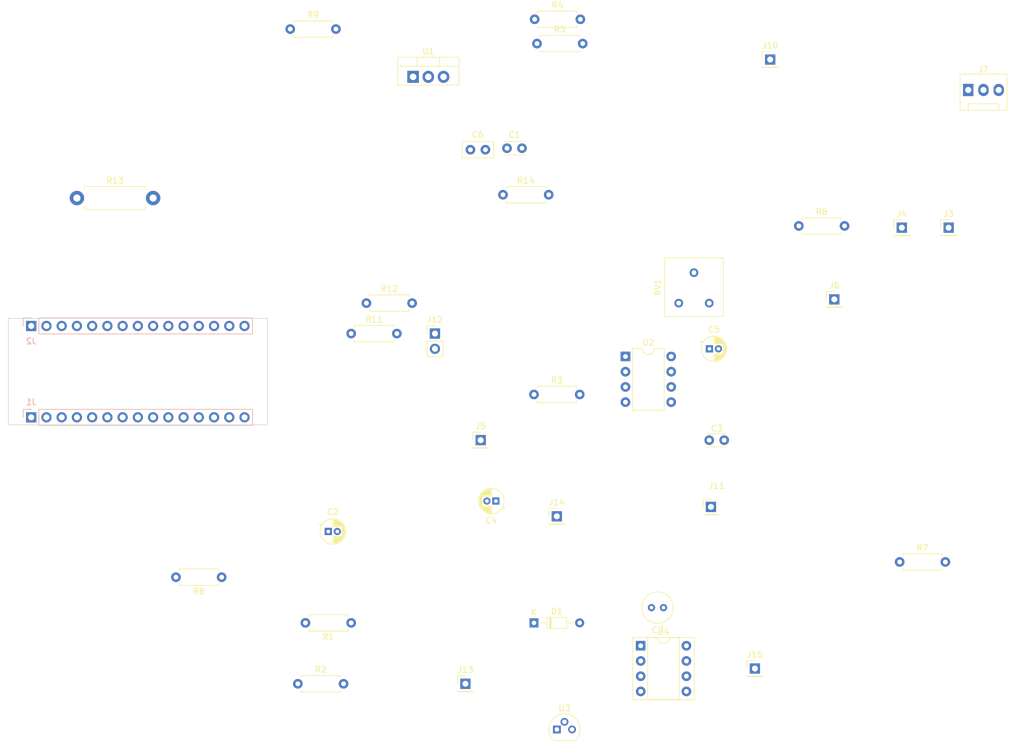
<source format=kicad_pcb>
(kicad_pcb (version 20211014) (generator pcbnew)
  (title_block (date "sam. 04 avril 2015"))
  (layers (0 "F.Cu" signal) (31 "B.Cu" signal) (34 "B.Paste" user) (35 "F.Paste" user) (36 "B.SilkS" user "B.Silkscreen") (37 "F.SilkS" user "F.Silkscreen") (38 "B.Mask" user) (39 "F.Mask" user) (44 "Edge.Cuts" user))
  (net 0 "")
  (net 1 "GND")
  (net 2 "/~{RESET}")
  (net 3 "VCC")
  (net 4 "/*D9")
  (net 5 "/D8")
  (net 6 "/D7")
  (net 7 "/*D6")
  (net 8 "/*D5")
  (net 9 "/D4")
  (net 10 "+5V")
  (net 11 "/A3")
  (net 12 "/A2")
  (net 13 "/A1")
  (net 14 "/A0")
  (net 15 "/AREF")
  (net 16 "/D0{slash}RX")
  (net 17 "/D1{slash}TX")
  (net 18 "Net-(C2-Pad1)")
  (net 19 "/A7")
  (net 20 "/A6")
  (net 21 "/A5{slash}SCL")
  (net 22 "/A4{slash}SDA")
  (net 23 "/D13{slash}SCK")
  (net 24 "/D2")
  (net 25 "/*D3")
  (net 26 "/*D10{slash}SS")
  (net 27 "/*D11{slash}MOSI")
  (net 28 "/D12{slash}MISO")
  (net 29 "Net-(C3-Pad1)")
  (net 30 "Net-(C4-Pad1)")
  (net 31 "/accel/A6")
  (net 32 "/accel/A7")
  (net 33 "/accel/amp")
  (net 34 "+3.3V")
  (net 35 "/driver/*D6")
  (net 36 "Net-(J12-Pad2)")
  (net 37 "/driver/*D9")
  (net 38 "Net-(J15-Pad1)")
  (net 39 "Net-(R2-Pad2)")
  (net 40 "Net-(R5-Pad1)")
  (net 41 "Net-(R6-Pad2)")
  (net 44 "Net-(R14-Pad2)")
  (net 45 "Net-(RV1-Pad1)")
  (footprint "Capacitor_THT:C_Disc_D5.0mm_W2.5mm_P2.50mm" (layer "F.Cu") (at 177.03 54.09)
    (fp_text reference "C6" (at 1.25 -2.5) (layer "F.SilkS"))
    (fp_text value "100n")
    (pad "1" thru_hole circle (at 0 0) (size 1.6 1.6) (drill 0.8) (layers *.Cu *.Mask) (net 32 "/accel/A7"))
    (pad "2" thru_hole circle (at 2.5 0) (size 1.6 1.6) (drill 0.8) (layers *.Cu *.Mask) (net 1 "GND"))
  )
  (footprint "Package_TO_SOT_THT:TO-92" (layer "F.Cu") (at 191.44 150.8)
    (property "Reference" "U2")
    (property "Value" "TL431LP")
    (fp_text reference "U3" (at 1.27 -3.56) (layer "F.SilkS"))
    (fp_text value "TL431LP")
    (pad "1" thru_hole rect (at 0 0) (size 1.3 1.3) (drill 0.75) (layers *.Cu *.Mask) (net 33 "/accel/amp"))
    (pad "2" thru_hole circle (at 1.27 -1.27) (size 1.3 1.3) (drill 0.75) (layers *.Cu *.Mask) (net 1 "GND"))
    (pad "3" thru_hole circle (at 2.54 0) (size 1.3 1.3) (drill 0.75) (layers *.Cu *.Mask) (net 33 "/accel/amp"))
  )
  (footprint "Resistor_THT:R_Axial_DIN0207_L6.3mm_D2.5mm_P7.62mm_Horizontal" (layer "F.Cu") (at 157.15 133.02 180)
    (property "Reference" "R2")
    (property "Value" "330")
    (fp_text reference "R1" (at 3.81 -2.37) (layer "F.SilkS"))
    (fp_text value "10K")
    (pad "1" thru_hole circle (at 0 0 180) (size 1.6 1.6) (drill 0.8) (layers *.Cu *.Mask) (net 33 "/accel/amp"))
    (pad "2" thru_hole oval (at 7.62 0 180) (size 1.6 1.6) (drill 0.8) (layers *.Cu *.Mask) (net 18 "Net-(C2-Pad1)"))
  )
  (footprint "Connector_PinHeader_2.54mm:PinHeader_1x01_P2.54mm_Vertical" (layer "F.Cu") (at 248.95 67.1)
    (fp_text reference "J4" (at 0 -2.33) (layer "F.SilkS"))
    (fp_text value "Conn_5V")
    (pad "1" thru_hole rect (at 0 0) (size 1.7 1.7) (drill 1) (layers *.Cu *.Mask) (net 10 "+5V"))
  )
  (footprint "Package_DIP:DIP-8_W7.62mm_Socket" (layer "F.Cu") (at 205.42 136.84)
    (fp_text reference "U4" (at 3.81 -2.33) (layer "F.SilkS"))
    (fp_text value "MIC4428")
    (pad "1" thru_hole rect (at 0 0) (size 1.6 1.6) (drill 0.8) (layers *.Cu *.Mask))
    (pad "2" thru_hole oval (at 0 2.54) (size 1.6 1.6) (drill 0.8) (layers *.Cu *.Mask) (net 37 "/driver/*D9"))
    (pad "3" thru_hole oval (at 0 5.08) (size 1.6 1.6) (drill 0.8) (layers *.Cu *.Mask) (net 1 "GND"))
    (pad "4" thru_hole oval (at 0 7.62) (size 1.6 1.6) (drill 0.8) (layers *.Cu *.Mask) (net 44 "Net-(R14-Pad2)"))
    (pad "5" thru_hole oval (at 7.62 7.62) (size 1.6 1.6) (drill 0.8) (layers *.Cu *.Mask))
    (pad "6" thru_hole oval (at 7.62 5.08) (size 1.6 1.6) (drill 0.8) (layers *.Cu *.Mask) (net 3 "VCC"))
    (pad "7" thru_hole oval (at 7.62 2.54) (size 1.6 1.6) (drill 0.8) (layers *.Cu *.Mask) (net 38 "Net-(J15-Pad1)"))
    (pad "8" thru_hole oval (at 7.62 0) (size 1.6 1.6) (drill 0.8) (layers *.Cu *.Mask))
  )
  (footprint "Arduino_MountingHole:MountingHole_65mil" (layer "F.Cu") (at 101.27 83.49)
    (fp_text reference "MH2" hide)
    (fp_text value "MountingHole_65mil" hide)
    (pad "" np_thru_hole circle locked (at 0 0) (size 1.651 1.651) (drill 1.651) (layers F&B.Cu *.Mask))
  )
  (footprint "Resistor_THT:R_Axial_DIN0207_L6.3mm_D2.5mm_P7.62mm_Horizontal" (layer "F.Cu") (at 159.69 79.68)
    (fp_text reference "R12" (at 3.81 -2.37) (layer "F.SilkS"))
    (fp_text value "22K")
    (pad "1" thru_hole circle (at 0 0) (size 1.6 1.6) (drill 0.8) (layers *.Cu *.Mask) (net 1 "GND"))
    (pad "2" thru_hole oval (at 7.62 0) (size 1.6 1.6) (drill 0.8) (layers *.Cu *.Mask) (net 36 "Net-(J12-Pad2)"))
  )
  (footprint "Resistor_THT:R_Axial_DIN0207_L6.3mm_D2.5mm_P7.62mm_Horizontal" (layer "F.Cu") (at 231.78 66.8)
    (fp_text reference "R6" (at 3.81 -2.37) (layer "F.SilkS"))
    (fp_text value "270")
    (pad "1" thru_hole circle (at 0 0) (size 1.6 1.6) (drill 0.8) (layers *.Cu *.Mask) (net 33 "/accel/amp"))
    (pad "2" thru_hole oval (at 7.62 0) (size 1.6 1.6) (drill 0.8) (layers *.Cu *.Mask) (net 41 "Net-(R6-Pad2)"))
  )
  (footprint "Diode_THT:D_DO-34_SOD68_P7.62mm_Horizontal" (layer "F.Cu") (at 187.625 133.02)
    (fp_text reference "D1" (at 3.81 -1.92) (layer "F.SilkS"))
    (fp_text value "D_Zener")
    (fp_text user "K" (at 0 -1.75) (layer "F.SilkS"))
    (pad "1" thru_hole rect (at 0 0) (size 1.5 1.5) (drill 0.75) (layers *.Cu *.Mask) (net 1 "GND"))
    (pad "2" thru_hole oval (at 7.62 0) (size 1.5 1.5) (drill 0.75) (layers *.Cu *.Mask) (net 33 "/accel/amp"))
  )
  (footprint "Connector:FanPinHeader_1x03_P2.54mm_Vertical" (layer "F.Cu") (at 260.02 44.12)
    (property "Reference" "J2")
    (property "Value" "Conn_01x03_Male")
    (fp_text reference "J7" (at 2.5 -3.4) (layer "F.SilkS"))
    (fp_text value "Conn_01x03_Male")
    (pad "1" thru_hole rect (at 0 0 90) (size 2.03 1.73) (drill 1.02) (layers *.Cu *.Mask) (net 1 "GND"))
    (pad "2" thru_hole oval (at 2.54 0 90) (size 2.03 1.73) (drill 1.02) (layers *.Cu *.Mask) (net 33 "/accel/amp"))
    (pad "3" thru_hole oval (at 5.08 0 90) (size 2.03 1.73) (drill 1.02) (layers *.Cu *.Mask))
  )
  (footprint "Potentiometer_THT:Potentiometer_Bourns_3386F_Vertical" (layer "F.Cu") (at 216.84 79.68 90)
    (property "Reference" "RV1")
    (property "Value" "R_Potentiometer")
    (fp_text reference "RV1" (at 2.655 -8.555 90) (layer "F.SilkS"))
    (fp_text value "20K")
    (pad "1" thru_hole circle (at 0 0 90) (size 1.44 1.44) (drill 0.8) (layers *.Cu *.Mask) (net 45 "Net-(RV1-Pad1)"))
    (pad "2" thru_hole circle (at 5.08 -2.54 90) (size 1.44 1.44) (drill 0.8) (layers *.Cu *.Mask) (net 31 "/accel/A6"))
    (pad "3" thru_hole circle (at 0 -5.08 90) (size 1.44 1.44) (drill 0.8) (layers *.Cu *.Mask) (net 1 "GND"))
  )
  (footprint "Connector_PinHeader_2.54mm:PinHeader_1x01_P2.54mm_Vertical" (layer "F.Cu") (at 237.7 79.05)
    (fp_text reference "J6" (at 0 -2.33) (layer "F.SilkS"))
    (fp_text value "Arduino_A6")
    (pad "1" thru_hole rect (at 0 0) (size 1.7 1.7) (drill 1) (layers *.Cu *.Mask) (net 31 "/accel/A6"))
  )
  (footprint "Package_DIP:DIP-8_W7.62mm" (layer "F.Cu") (at 202.88 88.58)
    (fp_text reference "U2" (at 3.81 -2.33) (layer "F.SilkS"))
    (fp_text value "TL072")
    (pad "1" thru_hole rect (at 0 0) (size 1.6 1.6) (drill 0.8) (layers *.Cu *.Mask) (net 45 "Net-(RV1-Pad1)"))
    (pad "2" thru_hole oval (at 0 2.54) (size 1.6 1.6) (drill 0.8) (layers *.Cu *.Mask) (net 45 "Net-(RV1-Pad1)"))
    (pad "3" thru_hole oval (at 0 5.08) (size 1.6 1.6) (drill 0.8) (layers *.Cu *.Mask) (net 39 "Net-(R2-Pad2)"))
    (pad "4" thru_hole oval (at 0 7.62) (size 1.6 1.6) (drill 0.8) (layers *.Cu *.Mask) (net 1 "GND"))
    (pad "5" thru_hole oval (at 7.62 7.62) (size 1.6 1.6) (drill 0.8) (layers *.Cu *.Mask))
    (pad "6" thru_hole oval (at 7.62 5.08) (size 1.6 1.6) (drill 0.8) (layers *.Cu *.Mask))
    (pad "7" thru_hole oval (at 7.62 2.54) (size 1.6 1.6) (drill 0.8) (layers *.Cu *.Mask))
    (pad "8" thru_hole oval (at 7.62 0) (size 1.6 1.6) (drill 0.8) (layers *.Cu *.Mask) (net 30 "Net-(C4-Pad1)"))
  )
  (footprint "Capacitor_THT:C_Disc_D3.0mm_W2.0mm_P2.50mm" (layer "F.Cu") (at 183.13 53.84)
    (fp_text reference "C1" (at 1.25 -2.25) (layer "F.SilkS"))
    (fp_text value "10n")
    (pad "1" thru_hole circle (at 0 0) (size 1.6 1.6) (drill 0.8) (layers *.Cu *.Mask) (net 10 "+5V"))
    (pad "2" thru_hole circle (at 2.5 0) (size 1.6 1.6) (drill 0.8) (layers *.Cu *.Mask) (net 1 "GND"))
  )
  (footprint "Arduino_MountingHole:MountingHole_65mil" (layer "F.Cu") (at 141.91 98.73)
    (fp_text reference "MH4" hide)
    (fp_text value "MountingHole_65mil" hide)
    (pad "" np_thru_hole circle locked (at 0 0) (size 1.651 1.651) (drill 1.651) (layers F&B.Cu *.Mask))
  )
  (footprint "Connector_PinHeader_2.54mm:PinHeader_1x01_P2.54mm_Vertical" (layer "F.Cu") (at 227 39.04)
    (fp_text reference "J10" (at 0 -2.33) (layer "F.SilkS"))
    (fp_text value "Arduino_A7")
    (pad "1" thru_hole rect (at 0 0) (size 1.7 1.7) (drill 1) (layers *.Cu *.Mask) (net 32 "/accel/A7"))
  )
  (footprint "Connector_PinHeader_2.54mm:PinHeader_1x01_P2.54mm_Vertical" (layer "F.Cu") (at 178.74 102.54)
    (fp_text reference "J5" (at 0 -2.33) (layer "F.SilkS"))
    (fp_text value "Conn_GND")
    (pad "1" thru_hole rect (at 0 0) (size 1.7 1.7) (drill 1) (layers *.Cu *.Mask) (net 1 "GND"))
  )
  (footprint "Connector_PinHeader_2.54mm:PinHeader_1x02_P2.54mm_Vertical" (layer "F.Cu") (at 171.12 84.76)
    (fp_text reference "J12" (at 0 -2.33) (layer "F.SilkS"))
    (fp_text value "RELAY_SW")
    (pad "1" thru_hole rect (at 0 0) (size 1.7 1.7) (drill 1) (layers *.Cu *.Mask) (net 3 "VCC"))
    (pad "2" thru_hole oval (at 0 2.54) (size 1.7 1.7) (drill 1) (layers *.Cu *.Mask) (net 36 "Net-(J12-Pad2)"))
  )
  (footprint "Capacitor_THT:CP_Radial_D4.0mm_P1.50mm" (layer "F.Cu") (at 216.88 87.3)
    (fp_text reference "C5" (at 0.75 -3.25) (layer "F.SilkS"))
    (fp_text value "1u")
    (pad "1" thru_hole rect (at 0 0) (size 1.2 1.2) (drill 0.6) (layers *.Cu *.Mask) (net 1 "GND"))
    (pad "2" thru_hole circle (at 1.5 0) (size 1.2 1.2) (drill 0.6) (layers *.Cu *.Mask) (net 31 "/accel/A6"))
  )
  (footprint "Resistor_THT:R_Axial_DIN0207_L6.3mm_D2.5mm_P7.62mm_Horizontal" (layer "F.Cu") (at 182.46 61.6)
    (fp_text reference "R14" (at 3.81 -2.37) (layer "F.SilkS"))
    (fp_text value "10K")
    (pad "1" thru_hole circle (at 0 0) (size 1.6 1.6) (drill 0.8) (layers *.Cu *.Mask) (net 1 "GND"))
    (pad "2" thru_hole oval (at 7.62 0) (size 1.6 1.6) (drill 0.8) (layers *.Cu *.Mask) (net 44 "Net-(R14-Pad2)"))
  )
  (footprint "Resistor_THT:R_Axial_DIN0207_L6.3mm_D2.5mm_P7.62mm_Horizontal" (layer "F.Cu") (at 135.56 125.4 180)
    (fp_text reference "R8" (at 3.81 -2.37) (layer "F.SilkS"))
    (fp_text value "150K")
    (pad "1" thru_hole circle (at 0 0 180) (size 1.6 1.6) (drill 0.8) (layers *.Cu *.Mask) (net 32 "/accel/A7"))
    (pad "2" thru_hole oval (at 7.62 0 180) (size 1.6 1.6) (drill 0.8) (layers *.Cu *.Mask) (net 3 "VCC"))
  )
  (footprint "Resistor_THT:R_Axial_DIN0207_L6.3mm_D2.5mm_P7.62mm_Horizontal" (layer "F.Cu") (at 157.15 84.76)
    (fp_text reference "R11" (at 3.81 -2.37) (layer "F.SilkS"))
    (fp_text value "22K")
    (pad "1" thru_hole circle (at 0 0) (size 1.6 1.6) (drill 0.8) (layers *.Cu *.Mask) (net 36 "Net-(J12-Pad2)"))
    (pad "2" thru_hole oval (at 7.62 0) (size 1.6 1.6) (drill 0.8) (layers *.Cu *.Mask) (net 35 "/driver/*D6"))
  )
  (footprint "Arduino_MountingHole:MountingHole_65mil" (layer "F.Cu") (at 101.27 98.73)
    (fp_text reference "MH1" hide)
    (fp_text value "MountingHole_65mil" hide)
    (pad "" np_thru_hole circle locked (at 0 0) (size 1.651 1.651) (drill 1.651) (layers F&B.Cu *.Mask))
  )
  (footprint "Resistor_THT:R_Axial_DIN0207_L6.3mm_D2.5mm_P7.62mm_Horizontal" (layer "F.Cu") (at 187.74 32.33)
    (fp_text reference "R4" (at 3.81 -2.37) (layer "F.SilkS"))
    (fp_text value "470")
    (pad "1" thru_hole circle (at 0 0) (size 1.6 1.6) (drill 0.8) (layers *.Cu *.Mask) (net 1 "GND"))
    (pad "2" thru_hole oval (at 7.62 0) (size 1.6 1.6) (drill 0.8) (layers *.Cu *.Mask) (net 29 "Net-(C3-Pad1)"))
  )
  (footprint "Capacitor_THT:C_Radial_D5.0mm_H5.0mm_P2.00mm" (layer "F.Cu") (at 209.22 130.48 180)
    (fp_text reference "C7" (at 1 -3.75 180) (layer "F.SilkS"))
    (fp_text value "10u")
    (pad "1" thru_hole circle (at 0 0 180) (size 1.2 1.2) (drill 0.6) (layers *.Cu *.Mask) (net 3 "VCC"))
    (pad "2" thru_hole circle (at 2 0 180) (size 1.2 1.2) (drill 0.6) (layers *.Cu *.Mask) (net 1 "GND"))
  )
  (footprint "Connector_PinHeader_2.54mm:PinHeader_1x01_P2.54mm_Vertical" (layer "F.Cu") (at 191.44 115.24)
    (fp_text reference "J14" (at 0 -2.33) (layer "F.SilkS"))
    (fp_text value "Arduino_D9")
    (pad "1" thru_hole rect (at 0 0) (size 1.7 1.7) (drill 1) (layers *.Cu *.Mask) (net 37 "/driver/*D9"))
  )
  (footprint "Connector_PinHeader_2.54mm:PinHeader_1x01_P2.54mm_Vertical" (layer "F.Cu") (at 224.46 140.64)
    (fp_text reference "J15" (at 0 -2.33) (layer "F.SilkS"))
    (fp_text value "Conn_FET")
    (pad "1" thru_hole rect (at 0 0) (size 1.7 1.7) (drill 1) (layers *.Cu *.Mask) (net 38 "Net-(J15-Pad1)"))
  )
  (footprint "Capacitor_THT:CP_Radial_D4.0mm_P1.50mm" (layer "F.Cu") (at 153.34 117.78)
    (fp_text reference "C2" (at 0.75 -3.25) (layer "F.SilkS"))
    (fp_text value "3,3u")
    (pad "1" thru_hole rect (at 0 0) (size 1.2 1.2) (drill 0.6) (layers *.Cu *.Mask) (net 18 "Net-(C2-Pad1)"))
    (pad "2" thru_hole circle (at 1.5 0) (size 1.2 1.2) (drill 0.6) (layers *.Cu *.Mask) (net 1 "GND"))
  )
  (footprint "Resistor_THT:R_Axial_DIN0207_L6.3mm_D2.5mm_P7.62mm_Horizontal" (layer "F.Cu") (at 248.59 122.86)
    (fp_text reference "R7" (at 3.81 -2.37) (layer "F.SilkS"))
    (fp_text value "330")
    (pad "1" thru_hole circle (at 0 0) (size 1.6 1.6) (drill 0.8) (layers *.Cu *.Mask) (net 41 "Net-(R6-Pad2)"))
    (pad "2" thru_hole oval (at 7.62 0) (size 1.6 1.6) (drill 0.8) (layers *.Cu *.Mask) (net 40 "Net-(R5-Pad1)"))
  )
  (footprint "Resistor_THT:R_Axial_DIN0207_L6.3mm_D2.5mm_P7.62mm_Horizontal" (layer "F.Cu") (at 146.99 33.96)
    (fp_text reference "R9" (at 3.81 -2.37) (layer "F.SilkS"))
    (fp_text value "10K")
    (pad "1" thru_hole circle (at 0 0) (size 1.6 1.6) (drill 0.8) (layers *.Cu *.Mask) (net 1 "GND"))
    (pad "2" thru_hole oval (at 7.62 0) (size 1.6 1.6) (drill 0.8) (layers *.Cu *.Mask) (net 32 "/accel/A7"))
  )
  (footprint "Package_TO_SOT_THT:TO-220-3_Vertical" (layer "F.Cu") (at 167.47 41.93)
    (property "Reference" "U1")
    (property "Value" "LM317_TO-220")
    (fp_text reference "U1" (at 2.54 -4.27) (layer "F.SilkS"))
    (fp_text value "LM317_TO-220")
    (pad "1" thru_hole rect (at 0 0) (size 1.905 2) (drill 1.1) (layers *.Cu *.Mask) (net 29 "Net-(C3-Pad1)"))
    (pad "2" thru_hole oval (at 2.54 0) (size 1.905 2) (drill 1.1) (layers *.Cu *.Mask) (net 30 "Net-(C4-Pad1)"))
    (pad "3" thru_hole oval (at 5.08 0) (size 1.905 2) (drill 1.1) (layers *.Cu *.Mask) (net 10 "+5V"))
  )
  (footprint "Connector_PinHeader_2.54mm:PinHeader_1x01_P2.54mm_Vertical" (layer "F.Cu") (at 176.2 143.18)
    (fp_text reference "J13" (at 0 -2.33) (layer "F.SilkS"))
    (fp_text value "RELAY_PWR")
    (pad "1" thru_hole rect (at 0 0) (size 1.7 1.7) (drill 1) (layers *.Cu *.Mask) (net 1 "GND"))
  )
  (footprint "Arduino_MountingHole:MountingHole_65mil" (layer "F.Cu") (at 141.91 83.49)
    (fp_text reference "MH3" hide)
    (fp_text value "MountingHole_65mil" hide)
    (pad "" np_thru_hole circle locked (at 0 0) (size 1.651 1.651) (drill 1.651) (layers F&B.Cu *.Mask))
  )
  (footprint "Connector_PinHeader_2.54mm:PinHeader_1x01_P2.54mm_Vertical" (layer "F.Cu") (at 217.13 113.67)
    (fp_text reference "J11" (at 0.96 -3.51) (layer "F.SilkS"))
    (fp_text value "Arduino_D6")
    (pad "1" thru_hole rect (at 0 0) (size 1.7 1.7) (drill 1) (layers *.Cu *.Mask) (net 35 "/driver/*D6"))
  )
  (footprint "Resistor_THT:R_Axial_DIN0207_L6.3mm_D2.5mm_P7.62mm_Horizontal" (layer "F.Cu") (at 188.13 36.38)
    (fp_text reference "R5" (at 3.81 -2.37) (layer "F.SilkS"))
    (fp_text value "220")
    (pad "1" thru_hole circle (at 0 0) (size 1.6 1.6) (drill 0.8) (layers *.Cu *.Mask) (net 40 "Net-(R5-Pad1)"))
    (pad "2" thru_hole oval (at 7.62 0) (size 1.6 1.6) (drill 0.8) (layers *.Cu *.Mask) (net 30 "Net-(C4-Pad1)"))
  )
  (footprint "Resistor_THT:R_Axial_DIN0411_L9.9mm_D3.6mm_P12.70mm_Horizontal" (layer "F.Cu") (at 111.43 62.15)
    (fp_text reference "R13" (at 6.35 -2.92) (layer "F.SilkS"))
    (fp_text value "10")
    (pad "1" thru_hole circle (at 0 0) (size 2.4 2.4) (drill 1.2) (layers *.Cu *.Mask))
    (pad "2" thru_hole oval (at 12.7 0) (size 2.4 2.4) (drill 1.2) (layers *.Cu *.Mask))
  )
  (footprint "Resistor_THT:R_Axial_DIN0207_L6.3mm_D2.5mm_P7.62mm_Horizontal" (layer "F.Cu") (at 187.63 94.92)
    (fp_text reference "R3" (at 3.81 -2.37) (layer "F.SilkS"))
    (fp_text value "330")
    (pad "1" thru_hole circle (at 0 0) (size 1.6 1.6) (drill 0.8) (layers *.Cu *.Mask) (net 29 "Net-(C3-Pad1)"))
    (pad "2" thru_hole oval (at 7.62 0) (size 1.6 1.6) (drill 0.8) (layers *.Cu *.Mask) (net 30 "Net-(C4-Pad1)"))
  )
  (footprint "Connector_PinHeader_2.54mm:PinHeader_1x01_P2.54mm_Vertical" (layer "F.Cu") (at 256.75 67.1)
    (fp_text reference "J3" (at 0 -2.33) (layer "F.SilkS"))
    (fp_text value "POWER12")
    (pad "1" thru_hole rect (at 0 0) (size 1.7 1.7) (drill 1) (layers *.Cu *.Mask) (net 3 "VCC"))
  )
  (footprint "Resistor_THT:R_Axial_DIN0207_L6.3mm_D2.5mm_P7.62mm_Horizontal" (layer "F.Cu") (at 148.26 143.18)
    (property "Reference" "R2")
    (property "Value" "330")
    (fp_text reference "R2" (at 3.81 -2.37) (layer "F.SilkS"))
    (fp_text value "10K")
    (pad "1" thru_hole circle (at 0 0) (size 1.6 1.6) (drill 0.8) (layers *.Cu *.Mask) (net 18 "Net-(C2-Pad1)"))
    (pad "2" thru_hole oval (at 7.62 0) (size 1.6 1.6) (drill 0.8) (layers *.Cu *.Mask) (net 39 "Net-(R2-Pad2)"))
  )
  (footprint "Capacitor_THT:C_Disc_D3.0mm_W2.0mm_P2.50mm" (layer "F.Cu") (at 216.84 102.54)
    (fp_text reference "C3" (at 1.25 -1.96) (layer "F.SilkS"))
    (fp_text value "100n")
    (pad "1" thru_hole circle (at 0 0) (size 1.6 1.6) (drill 0.8) (layers *.Cu *.Mask) (net 29 "Net-(C3-Pad1)"))
    (pad "2" thru_hole circle (at 2.5 0) (size 1.6 1.6) (drill 0.8) (layers *.Cu *.Mask) (net 1 "GND"))
  )
  (footprint "Capacitor_THT:CP_Radial_D4.0mm_P1.50mm" (layer "F.Cu") (at 181.28 112.7 180)
    (fp_text reference "C4" (at 0.75 -3.25) (layer "F.SilkS"))
    (fp_text value "1u")
    (pad "1" thru_hole rect (at 0 0 180) (size 1.2 1.2) (drill 0.6) (layers *.Cu *.Mask) (net 30 "Net-(C4-Pad1)"))
    (pad "2" thru_hole circle (at 1.5 0 180) (size 1.2 1.2) (drill 0.6) (layers *.Cu *.Mask) (net 1 "GND"))
  )
  (footprint "Connector_PinHeader_2.54mm:PinHeader_1x15_P2.54mm_Vertical" (layer "B.Cu") (at 103.81 98.73 -90)
    (fp_text reference "J1" (at -2.54 0 180) (layer "B.SilkS") (effects (justify mirror)))
    (fp_text value "Analog")
    (pad "1" thru_hole rect locked (at 0 0 270) (size 1.7 1.7) (drill 1) (layers *.Cu *.Mask) (net 23 "/D13{slash}SCK"))
    (pad "2" thru_hole oval locked (at 0 -2.54 270) (size 1.7 1.7) (drill 1) (layers *.Cu *.Mask) (net 34 "+3.3V"))
    (pad "3" thru_hole oval locked (at 0 -5.08 270) (size 1.7 1.7) (drill 1) (layers *.Cu *.Mask) (net 15 "/AREF"))
    (pad "4" thru_hole oval locked (at 0 -7.62 270) (size 1.7 1.7) (drill 1) (layers *.Cu *.Mask) (net 14 "/A0"))
    (pad "5" thru_hole oval locked (at 0 -10.16 270) (size 1.7 1.7) (drill 1) (layers *.Cu *.Mask) (net 13 "/A1"))
    (pad "6" thru_hole oval locked (at 0 -12.7 270) (size 1.7 1.7) (drill 1) (layers *.Cu *.Mask) (net 12 "/A2"))
    (pad "7" thru_hole oval locked (at 0 -15.24 270) (size 1.7 1.7) (drill 1) (layers *.Cu *.Mask) (net 11 "/A3"))
    (pad "8" thru_hole oval locked (at 0 -17.78 270) (size 1.7 1.7) (drill 1) (layers *.Cu *.Mask) (net 22 "/A4{slash}SDA"))
    (pad "9" thru_hole oval locked (at 0 -20.32 270) (size 1.7 1.7) (drill 1) (layers *.Cu *.Mask) (net 21 "/A5{slash}SCL"))
    (pad "10" thru_hole oval locked (at 0 -22.86 270) (size 1.7 1.7) (drill 1) (layers *.Cu *.Mask) (net 20 "/A6"))
    (pad "11" thru_hole oval locked (at 0 -25.4 270) (size 1.7 1.7) (drill 1) (layers *.Cu *.Mask) (net 19 "/A7"))
    (pad "12" thru_hole oval locked (at 0 -27.94 270) (size 1.7 1.7) (drill 1) (layers *.Cu *.Mask) (net 10 "+5V"))
    (pad "13" thru_hole oval locked (at 0 -30.48 270) (size 1.7 1.7) (drill 1) (layers *.Cu *.Mask) (net 2 "/~{RESET}"))
    (pad "14" thru_hole oval locked (at 0 -33.02 270) (size 1.7 1.7) (drill 1) (layers *.Cu *.Mask) (net 1 "GND"))
    (pad "15" thru_hole oval locked (at 0 -35.56 270) (size 1.7 1.7) (drill 1) (layers *.Cu *.Mask) (net 3 "VCC"))
  )
  (footprint "Connector_PinHeader_2.54mm:PinHeader_1x15_P2.54mm_Vertical" (layer "B.Cu") (at 103.81 83.49 -90)
    (fp_text reference "J2" (at 2.54 0 180) (layer "B.SilkS") (effects (justify mirror)))
    (fp_text value "Digital")
    (pad "1" thru_hole rect locked (at 0 0 270) (size 1.7 1.7) (drill 1) (layers *.Cu *.Mask) (net 28 "/D12{slash}MISO"))
    (pad "2" thru_hole oval locked (at 0 -2.54 270) (size 1.7 1.7) (drill 1) (layers *.Cu *.Mask) (net 27 "/*D11{slash}MOSI"))
    (pad "3" thru_hole oval locked (at 0 -5.08 270) (size 1.7 1.7) (drill 1) (layers *.Cu *.Mask) (net 26 "/*D10{slash}SS"))
    (pad "4" thru_hole oval locked (at 0 -7.62 270) (size 1.7 1.7) (drill 1) (layers *.Cu *.Mask) (net 4 "/*D9"))
    (pad "5" thru_hole oval locked (at 0 -10.16 270) (size 1.7 1.7) (drill 1) (layers *.Cu *.Mask) (net 5 "/D8"))
    (pad "6" thru_hole oval locked (at 0 -12.7 270) (size 1.7 1.7) (drill 1) (layers *.Cu *.Mask) (net 6 "/D7"))
    (pad "7" thru_hole oval locked (at 0 -15.24 270) (size 1.7 1.7) (drill 1) (layers *.Cu *.Mask) (net 7 "/*D6"))
    (pad "8" thru_hole oval locked (at 0 -17.78 270) (size 1.7 1.7) (drill 1) (layers *.Cu *.Mask) (net 8 "/*D5"))
    (pad "9" thru_hole oval locked (at 0 -20.32 270) (size 1.7 1.7) (drill 1) (layers *.Cu *.Mask) (net 9 "/D4"))
    (pad "10" thru_hole oval locked (at 0 -22.86 270) (size 1.7 1.7) (drill 1) (layers *.Cu *.Mask) (net 25 "/*D3"))
    (pad "11" thru_hole oval locked (at 0 -25.4 270) (size 1.7 1.7) (drill 1) (layers *.Cu *.Mask) (net 24 "/D2"))
    (pad "12" thru_hole oval locked (at 0 -27.94 270) (size 1.7 1.7) (drill 1) (layers *.Cu *.Mask) (net 1 "GND"))
    (pad "13" thru_hole oval locked (at 0 -30.48 270) (size 1.7 1.7) (drill 1) (layers *.Cu *.Mask) (net 2 "/~{RESET}"))
    (pad "14" thru_hole oval locked (at 0 -33.02 270) (size 1.7 1.7) (drill 1) (layers *.Cu *.Mask) (net 16 "/D0{slash}RX"))
    (pad "15" thru_hole oval locked (at 0 -35.56 270) (size 1.7 1.7) (drill 1) (layers *.Cu *.Mask) (net 17 "/D1{slash}TX"))
  )
  (gr_rect (start 100 82.22) (end 143.18 100) (layer "Edge.Cuts") (width 0.1) (fill none))
)
</source>
